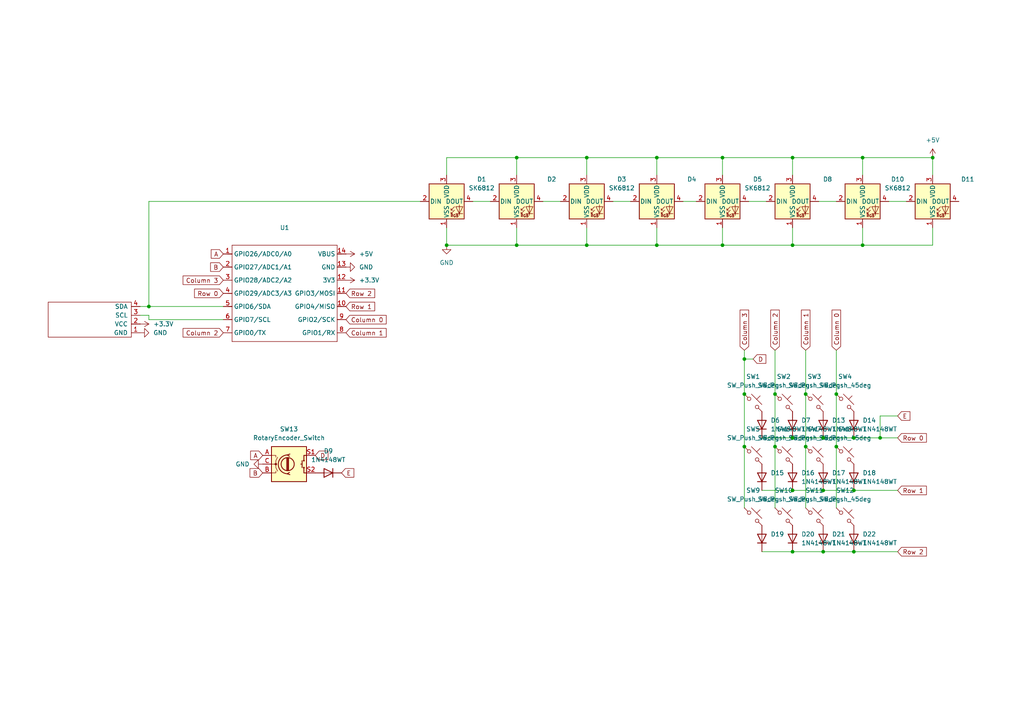
<source format=kicad_sch>
(kicad_sch (version 20250114) (generator "eeschema") (generator_version "9.0")
  (paper "A4")
  (lib_symbols
    (symbol "Device:RotaryEncoder_Switch" (pin_names (offset 0.254) (hide yes))
      (property "Reference" "SW" (at 0 6.604 0))
      (property "Value" "RotaryEncoder_Switch" (at 0 -6.604 0))
      (symbol "RotaryEncoder_Switch_0_1"
        (rectangle (start -5.08 5.08) (end 5.08 -5.08) (stroke (width 0.254)) (fill (type background)))
        (polyline (pts (xy -5.08 2.54) (xy -3.81 2.54) (xy -3.81 2.032)))
        (polyline (pts (xy -5.08 0) (xy -3.81 0) (xy -3.81 -1.016) (xy -3.302 -2.032)))
        (polyline (pts (xy -5.08 -2.54) (xy -3.81 -2.54) (xy -3.81 -2.032)))
        (polyline (pts (xy -4.318 0) (xy -3.81 0) (xy -3.81 1.016) (xy -3.302 2.032)))
        (circle (center -3.81 0) (radius 0.254) (fill (type outline)))
        (polyline (pts (xy -0.635 -1.778) (xy -0.635 1.778)) (stroke (width 0.254)))
        (circle (center -0.381 0) (radius 1.905) (stroke (width 0.254)))
        (polyline (pts (xy -0.381 -1.778) (xy -0.381 1.778)) (stroke (width 0.254)))
        (arc (start -0.381 -2.794) (mid -3.0988 -0.0635) (end -0.381 2.667) (stroke (width 0.254)))
        (polyline (pts (xy -0.127 1.778) (xy -0.127 -1.778)) (stroke (width 0.254)))
        (polyline (pts (xy 0.254 2.921) (xy -0.508 2.667) (xy 0.127 2.286)) (stroke (width 0.254)))
        (polyline (pts (xy 0.254 -3.048) (xy -0.508 -2.794) (xy 0.127 -2.413)) (stroke (width 0.254)))
        (polyline (pts (xy 3.81 1.016) (xy 3.81 -1.016)) (stroke (width 0.254)))
        (polyline (pts (xy 3.81 0) (xy 3.429 0)) (stroke (width 0.254)))
        (circle (center 4.318 1.016) (radius 0.127) (stroke (width 0.254)))
        (circle (center 4.318 -1.016) (radius 0.127) (stroke (width 0.254)))
        (polyline (pts (xy 5.08 2.54) (xy 4.318 2.54) (xy 4.318 1.016)) (stroke (width 0.254)))
        (polyline (pts (xy 5.08 -2.54) (xy 4.318 -2.54) (xy 4.318 -1.016)) (stroke (width 0.254)))
      )
      (symbol "RotaryEncoder_Switch_1_1"
        (pin passive line (at -7.62 2.54 0) (length 2.54) (name "A") (number "A"))
        (pin passive line (at -7.62 0 0) (length 2.54) (name "C") (number "C"))
        (pin passive line (at -7.62 -2.54 0) (length 2.54) (name "B") (number "B"))
        (pin passive line (at 7.62 2.54 180) (length 2.54) (name "S1") (number "S1"))
        (pin passive line (at 7.62 -2.54 180) (length 2.54) (name "S2") (number "S2"))
      )
    )
    (symbol "Diode:1N4148WT" (pin_numbers (hide yes)) (pin_names (hide yes))
      (property "Reference" "D" (at 0 2.54 0))
      (property "Value" "1N4148WT" (at 0 -2.54 0))
      (symbol "1N4148WT_0_1"
        (polyline (pts (xy -1.27 1.27) (xy -1.27 -1.27)) (stroke (width 0.254)))
        (polyline (pts (xy 1.27 1.27) (xy 1.27 -1.27) (xy -1.27 0) (xy 1.27 1.27)) (stroke (width 0.254)))
        (polyline (pts (xy 1.27 0) (xy -1.27 0)))
      )
      (symbol "1N4148WT_1_1"
        (pin passive line (at -3.81 0 0) (length 2.54) (name "K") (number "1"))
        (pin passive line (at 3.81 0 180) (length 2.54) (name "A") (number "2"))
      )
    )
    (symbol "LED:SK6812" (pin_names (offset 0.254))
      (property "Reference" "D" (at 5.08 5.715 0))
      (property "Value" "SK6812" (at 1.27 -5.715 0))
      (symbol "SK6812_0_0"
        (text "RGB" (at 2.286 -4.191 0) (effects (font (size 0.762 0.762))))
      )
      (symbol "SK6812_0_1"
        (polyline (pts (xy 1.27 -2.54) (xy 1.778 -2.54)))
        (polyline (pts (xy 1.27 -3.556) (xy 1.778 -3.556)))
        (polyline (pts (xy 2.286 -1.524) (xy 1.27 -2.54) (xy 1.27 -2.032)))
        (polyline (pts (xy 2.286 -2.54) (xy 1.27 -3.556) (xy 1.27 -3.048)))
        (polyline (pts (xy 3.683 -1.016) (xy 3.683 -3.556) (xy 3.683 -4.064)))
        (polyline (pts (xy 4.699 -1.524) (xy 2.667 -1.524) (xy 3.683 -3.556) (xy 4.699 -1.524)))
        (polyline (pts (xy 4.699 -3.556) (xy 2.667 -3.556)))
        (rectangle (start 5.08 5.08) (end -5.08 -5.08) (stroke (width 0.254)) (fill (type background)))
      )
      (symbol "SK6812_1_1"
        (pin input line (at -7.62 0 0) (length 2.54) (name "DIN") (number "2"))
        (pin power_in line (at 0 7.62 270) (length 2.54) (name "VDD") (number "3"))
        (pin power_in line (at 0 -7.62 90) (length 2.54) (name "VSS") (number "1"))
        (pin output line (at 7.62 0 180) (length 2.54) (name "DOUT") (number "4"))
      )
    )
    (symbol "OPL Lib:XIAO-RP2040-DIP"
      (property "Reference" "U" (at 0 0 0))
      (property "Value" "XIAO-RP2040-DIP" (at 5.334 -1.778 0))
      (symbol "XIAO-RP2040-DIP_1_0"
        (polyline (pts (xy -1.27 -2.54) (xy 29.21 -2.54)) (stroke (width 0.1524)))
        (polyline (pts (xy -1.27 -5.08) (xy -2.54 -5.08)) (stroke (width 0.1524)))
        (polyline (pts (xy -1.27 -5.08) (xy -1.27 -2.54)) (stroke (width 0.1524)))
        (polyline (pts (xy -1.27 -8.89) (xy -2.54 -8.89)) (stroke (width 0.1524)))
        (polyline (pts (xy -1.27 -8.89) (xy -1.27 -5.08)) (stroke (width 0.1524)))
        (polyline (pts (xy -1.27 -12.7) (xy -2.54 -12.7)) (stroke (width 0.1524)))
        (polyline (pts (xy -1.27 -12.7) (xy -1.27 -8.89)) (stroke (width 0.1524)))
        (polyline (pts (xy -1.27 -16.51) (xy -2.54 -16.51)) (stroke (width 0.1524)))
        (polyline (pts (xy -1.27 -16.51) (xy -1.27 -12.7)) (stroke (width 0.1524)))
        (polyline (pts (xy -1.27 -20.32) (xy -2.54 -20.32)) (stroke (width 0.1524)))
        (polyline (pts (xy -1.27 -24.13) (xy -2.54 -24.13)) (stroke (width 0.1524)))
        (polyline (pts (xy -1.27 -27.94) (xy -2.54 -27.94)) (stroke (width 0.1524)))
        (polyline (pts (xy -1.27 -30.48) (xy -1.27 -16.51)) (stroke (width 0.1524)))
        (polyline (pts (xy 29.21 -2.54) (xy 29.21 -5.08)) (stroke (width 0.1524)))
        (polyline (pts (xy 29.21 -5.08) (xy 29.21 -8.89)) (stroke (width 0.1524)))
        (polyline (pts (xy 29.21 -8.89) (xy 29.21 -12.7)) (stroke (width 0.1524)))
        (polyline (pts (xy 29.21 -12.7) (xy 29.21 -30.48)) (stroke (width 0.1524)))
        (polyline (pts (xy 29.21 -30.48) (xy -1.27 -30.48)) (stroke (width 0.1524)))
        (polyline (pts (xy 30.48 -5.08) (xy 29.21 -5.08)) (stroke (width 0.1524)))
        (polyline (pts (xy 30.48 -8.89) (xy 29.21 -8.89)) (stroke (width 0.1524)))
        (polyline (pts (xy 30.48 -12.7) (xy 29.21 -12.7)) (stroke (width 0.1524)))
        (polyline (pts (xy 30.48 -16.51) (xy 29.21 -16.51)) (stroke (width 0.1524)))
        (polyline (pts (xy 30.48 -20.32) (xy 29.21 -20.32)) (stroke (width 0.1524)))
        (polyline (pts (xy 30.48 -24.13) (xy 29.21 -24.13)) (stroke (width 0.1524)))
        (polyline (pts (xy 30.48 -27.94) (xy 29.21 -27.94)) (stroke (width 0.1524)))
        (pin passive line (at -3.81 -5.08 0) (length 2.54) (name "GPIO26/ADC0/A0") (number "1"))
        (pin passive line (at -3.81 -8.89 0) (length 2.54) (name "GPIO27/ADC1/A1") (number "2"))
        (pin passive line (at -3.81 -12.7 0) (length 2.54) (name "GPIO28/ADC2/A2") (number "3"))
        (pin passive line (at -3.81 -16.51 0) (length 2.54) (name "GPIO29/ADC3/A3") (number "4"))
        (pin passive line (at -3.81 -20.32 0) (length 2.54) (name "GPIO6/SDA") (number "5"))
        (pin passive line (at -3.81 -24.13 0) (length 2.54) (name "GPIO7/SCL") (number "6"))
        (pin passive line (at -3.81 -27.94 0) (length 2.54) (name "GPIO0/TX") (number "7"))
        (pin passive line (at 31.75 -5.08 180) (length 2.54) (name "VBUS") (number "14"))
        (pin passive line (at 31.75 -8.89 180) (length 2.54) (name "GND") (number "13"))
        (pin passive line (at 31.75 -12.7 180) (length 2.54) (name "3V3") (number "12"))
        (pin passive line (at 31.75 -16.51 180) (length 2.54) (name "GPIO3/MOSI") (number "11"))
        (pin passive line (at 31.75 -20.32 180) (length 2.54) (name "GPIO4/MISO") (number "10"))
        (pin passive line (at 31.75 -24.13 180) (length 2.54) (name "GPIO2/SCK") (number "9"))
        (pin passive line (at 31.75 -27.94 180) (length 2.54) (name "GPIO1/RX") (number "8"))
      )
    )
    (symbol "SSD1306_1" (pin_names (offset 1.016))
      (symbol "SSD1306_1_0_1"
        (rectangle (start 39.37 12.7) (end 63.5 2.54))
      )
      (symbol "SSD1306_1_1_1"
        (pin input line (at 66.04 11.43 180) (length 2.54) (name "SDA") (number "4"))
        (pin input line (at 66.04 8.89 180) (length 2.54) (name "SCL") (number "3"))
        (pin power_in line (at 66.04 6.35 180) (length 2.54) (name "VCC") (number "2"))
        (pin power_in line (at 66.04 3.81 180) (length 2.54) (name "GND") (number "1"))
      )
    )
    (symbol "Switch:SW_Push_45deg" (pin_numbers (hide yes)) (pin_names (offset 1.016) (hide yes))
      (property "Reference" "SW" (at 3.048 1.016 0))
      (property "Value" "SW_Push_45deg" (at 0 -3.81 0))
      (symbol "SW_Push_45deg_0_1"
        (polyline (pts (xy -2.54 2.54) (xy -1.524 1.524) (xy -1.524 1.524)))
        (circle (center -1.1684 1.1684) (radius 0.508))
        (polyline (pts (xy -0.508 2.54) (xy 2.54 -0.508)))
        (polyline (pts (xy 1.016 1.016) (xy 2.032 2.032)))
        (circle (center 1.143 -1.1938) (radius 0.508))
        (polyline (pts (xy 1.524 -1.524) (xy 2.54 -2.54) (xy 2.54 -2.54) (xy 2.54 -2.54)))
        (pin passive line (at -2.54 2.54 0) (length 0) (name "1") (number "1"))
        (pin passive line (at 2.54 -2.54 180) (length 0) (name "2") (number "2"))
      )
    )
    (symbol "power:+3.3V" (power) (pin_numbers (hide yes)) (pin_names (offset 0) (hide yes))
      (property "Value" "+3.3V" (at 0 3.556 0))
      (symbol "+3.3V_0_1"
        (polyline (pts (xy -0.762 1.27) (xy 0 2.54)))
        (polyline (pts (xy 0 2.54) (xy 0.762 1.27)))
        (polyline (pts (xy 0 0) (xy 0 2.54)))
      )
      (symbol "+3.3V_1_1"
        (pin power_in line (at 0 0 90) (length 0) (name "~") (number "1"))
      )
    )
    (symbol "power:+5V" (power) (pin_numbers (hide yes)) (pin_names (offset 0) (hide yes))
      (property "Value" "+5V" (at 0 3.556 0))
      (symbol "+5V_0_1"
        (polyline (pts (xy -0.762 1.27) (xy 0 2.54)))
        (polyline (pts (xy 0 2.54) (xy 0.762 1.27)))
        (polyline (pts (xy 0 0) (xy 0 2.54)))
      )
      (symbol "+5V_1_1"
        (pin power_in line (at 0 0 90) (length 0) (name "~") (number "1"))
      )
    )
    (symbol "power:GND" (power) (pin_numbers (hide yes)) (pin_names (offset 0) (hide yes))
      (property "Value" "GND" (at 0 -3.81 0))
      (symbol "GND_0_1"
        (polyline (pts (xy 0 0) (xy 0 -1.27) (xy 1.27 -1.27) (xy 0 -2.54) (xy -1.27 -1.27) (xy 0 -1.27)))
      )
      (symbol "GND_1_1"
        (pin power_in line (at 0 0 270) (length 0) (name "~") (number "1"))
      )
    )
  )
  (junction (at 233.68 129.54))
  (junction (at 247.65 160.02))
  (junction (at 229.87 127))
  (junction (at 247.65 127))
  (junction (at 238.76 160.02))
  (junction (at 224.79 114.3))
  (junction (at 229.87 45.72))
  (junction (at 233.68 114.3))
  (junction (at 242.57 114.3))
  (junction (at 149.86 45.72))
  (junction (at 229.87 142.24))
  (junction (at 238.76 127))
  (junction (at 255.27 127))
  (junction (at 190.5 71.12))
  (junction (at 242.57 129.54))
  (junction (at 129.54 71.12))
  (junction (at 170.18 71.12))
  (junction (at 209.55 45.72))
  (junction (at 215.9 129.54))
  (junction (at 250.19 45.72))
  (junction (at 215.9 104.14))
  (junction (at 247.65 142.24))
  (junction (at 43.18 88.9))
  (junction (at 229.87 160.02))
  (junction (at 209.55 71.12))
  (junction (at 229.87 71.12))
  (junction (at 190.5 45.72))
  (junction (at 270.51 45.72))
  (junction (at 170.18 45.72))
  (junction (at 149.86 71.12))
  (junction (at 238.76 142.24))
  (junction (at 215.9 114.3))
  (junction (at 224.79 129.54))
  (junction (at 250.19 71.12))
  (wire (pts (xy 220.98 160.02) (xy 229.87 160.02)))
  (wire (pts (xy 190.5 71.12) (xy 209.55 71.12)))
  (wire (pts (xy 209.55 50.8) (xy 209.55 45.72)))
  (wire (pts (xy 215.9 114.3) (xy 215.9 129.54)))
  (wire (pts (xy 238.76 127) (xy 247.65 127)))
  (wire (pts (xy 43.18 88.9) (xy 64.77 88.9)))
  (wire (pts (xy 209.55 45.72) (xy 229.87 45.72)))
  (wire (pts (xy 238.76 142.24) (xy 247.65 142.24)))
  (wire (pts (xy 270.51 45.72) (xy 250.19 45.72)))
  (wire (pts (xy 209.55 71.12) (xy 209.55 66.04)))
  (wire (pts (xy 250.19 45.72) (xy 229.87 45.72)))
  (wire (pts (xy 250.19 45.72) (xy 250.19 50.8)))
  (wire (pts (xy 177.8 58.42) (xy 182.88 58.42)))
  (wire (pts (xy 217.17 58.42) (xy 222.25 58.42)))
  (wire (pts (xy 255.27 120.65) (xy 255.27 127)))
  (wire (pts (xy 40.64 91.44) (xy 43.18 91.44)))
  (wire (pts (xy 255.27 127) (xy 260.35 127)))
  (wire (pts (xy 247.65 142.24) (xy 260.35 142.24)))
  (wire (pts (xy 229.87 142.24) (xy 238.76 142.24)))
  (wire (pts (xy 242.57 129.54) (xy 242.57 147.32)))
  (wire (pts (xy 224.79 101.6) (xy 224.79 114.3)))
  (wire (pts (xy 137.16 58.42) (xy 142.24 58.42)))
  (wire (pts (xy 121.92 58.42) (xy 43.18 58.42)))
  (wire (pts (xy 233.68 114.3) (xy 233.68 129.54)))
  (wire (pts (xy 170.18 45.72) (xy 170.18 50.8)))
  (wire (pts (xy 242.57 114.3) (xy 242.57 129.54)))
  (wire (pts (xy 270.51 66.04) (xy 270.51 71.12)))
  (wire (pts (xy 190.5 66.04) (xy 190.5 71.12)))
  (wire (pts (xy 220.98 142.24) (xy 229.87 142.24)))
  (wire (pts (xy 233.68 129.54) (xy 233.68 147.32)))
  (wire (pts (xy 215.9 101.6) (xy 215.9 104.14)))
  (wire (pts (xy 229.87 45.72) (xy 229.87 50.8)))
  (wire (pts (xy 198.12 58.42) (xy 201.93 58.42)))
  (wire (pts (xy 157.48 58.42) (xy 162.56 58.42)))
  (wire (pts (xy 229.87 127) (xy 238.76 127)))
  (wire (pts (xy 224.79 129.54) (xy 224.79 147.32)))
  (wire (pts (xy 190.5 45.72) (xy 209.55 45.72)))
  (wire (pts (xy 149.86 71.12) (xy 149.86 66.04)))
  (wire (pts (xy 224.79 114.3) (xy 224.79 129.54)))
  (wire (pts (xy 250.19 66.04) (xy 250.19 71.12)))
  (wire (pts (xy 229.87 71.12) (xy 250.19 71.12)))
  (wire (pts (xy 149.86 45.72) (xy 149.86 50.8)))
  (wire (pts (xy 40.64 88.9) (xy 43.18 88.9)))
  (wire (pts (xy 43.18 91.44) (xy 43.18 92.71)))
  (wire (pts (xy 149.86 71.12) (xy 129.54 71.12)))
  (wire (pts (xy 229.87 71.12) (xy 229.87 66.04)))
  (wire (pts (xy 247.65 127) (xy 255.27 127)))
  (wire (pts (xy 233.68 101.6) (xy 233.68 114.3)))
  (wire (pts (xy 129.54 50.8) (xy 129.54 45.72)))
  (wire (pts (xy 229.87 160.02) (xy 238.76 160.02)))
  (wire (pts (xy 250.19 71.12) (xy 270.51 71.12)))
  (wire (pts (xy 170.18 71.12) (xy 190.5 71.12)))
  (wire (pts (xy 215.9 104.14) (xy 215.9 114.3)))
  (wire (pts (xy 257.81 58.42) (xy 262.89 58.42)))
  (wire (pts (xy 129.54 45.72) (xy 149.86 45.72)))
  (wire (pts (xy 238.76 160.02) (xy 247.65 160.02)))
  (wire (pts (xy 170.18 66.04) (xy 170.18 71.12)))
  (wire (pts (xy 242.57 101.6) (xy 242.57 114.3)))
  (wire (pts (xy 220.98 127) (xy 229.87 127)))
  (wire (pts (xy 237.49 58.42) (xy 242.57 58.42)))
  (wire (pts (xy 170.18 45.72) (xy 149.86 45.72)))
  (wire (pts (xy 43.18 58.42) (xy 43.18 88.9)))
  (wire (pts (xy 247.65 160.02) (xy 260.35 160.02)))
  (wire (pts (xy 215.9 129.54) (xy 215.9 147.32)))
  (wire (pts (xy 43.18 92.71) (xy 64.77 92.71)))
  (wire (pts (xy 149.86 71.12) (xy 170.18 71.12)))
  (wire (pts (xy 229.87 71.12) (xy 209.55 71.12)))
  (wire (pts (xy 270.51 50.8) (xy 270.51 45.72)))
  (wire (pts (xy 215.9 104.14) (xy 218.44 104.14)))
  (wire (pts (xy 260.35 120.65) (xy 255.27 120.65)))
  (wire (pts (xy 190.5 45.72) (xy 170.18 45.72)))
  (wire (pts (xy 129.54 71.12) (xy 129.54 66.04)))
  (wire (pts (xy 190.5 50.8) (xy 190.5 45.72)))
  (global_label "B" (shape input) (at 64.77 77.47 180) (property "Intersheetrefs" "${INTERSHEET_REFS}" (effects (hide yes))))
  (global_label "D" (shape input) (at 91.44 132.08 0) (property "Intersheetrefs" "${INTERSHEET_REFS}" (effects (hide yes))))
  (global_label "A" (shape input) (at 76.2 132.08 180) (property "Intersheetrefs" "${INTERSHEET_REFS}" (effects (hide yes))))
  (global_label "Row 1" (shape input) (at 260.35 142.24 0) (property "Intersheetrefs" "${INTERSHEET_REFS}" (effects (hide yes))))
  (global_label "Column 1" (shape input) (at 100.33 96.52 0) (property "Intersheetrefs" "${INTERSHEET_REFS}" (effects (hide yes))))
  (global_label "A" (shape input) (at 64.77 73.66 180) (property "Intersheetrefs" "${INTERSHEET_REFS}" (effects (hide yes))))
  (global_label "Row 2" (shape input) (at 100.33 85.09 0) (property "Intersheetrefs" "${INTERSHEET_REFS}" (effects (hide yes))))
  (global_label "Row 0" (shape input) (at 64.77 85.09 180) (property "Intersheetrefs" "${INTERSHEET_REFS}" (effects (hide yes))))
  (global_label "E" (shape input) (at 260.35 120.65 0) (property "Intersheetrefs" "${INTERSHEET_REFS}" (effects (hide yes))))
  (global_label "Column 2" (shape input) (at 224.79 101.6 90) (property "Intersheetrefs" "${INTERSHEET_REFS}" (effects (hide yes))))
  (global_label "D" (shape input) (at 218.44 104.14 0) (property "Intersheetrefs" "${INTERSHEET_REFS}" (effects (hide yes))))
  (global_label "Column 0" (shape input) (at 242.57 101.6 90) (property "Intersheetrefs" "${INTERSHEET_REFS}" (effects (hide yes))))
  (global_label "B" (shape input) (at 76.2 137.16 180) (property "Intersheetrefs" "${INTERSHEET_REFS}" (effects (hide yes))))
  (global_label "Column 3" (shape input) (at 64.77 81.28 180) (property "Intersheetrefs" "${INTERSHEET_REFS}" (effects (hide yes))))
  (global_label "Column 1" (shape input) (at 233.68 101.6 90) (property "Intersheetrefs" "${INTERSHEET_REFS}" (effects (hide yes))))
  (global_label "Column 2" (shape input) (at 64.77 96.52 180) (property "Intersheetrefs" "${INTERSHEET_REFS}" (effects (hide yes))))
  (global_label "Row 0" (shape input) (at 260.35 127 0) (property "Intersheetrefs" "${INTERSHEET_REFS}" (effects (hide yes))))
  (global_label "Row 2" (shape input) (at 260.35 160.02 0) (property "Intersheetrefs" "${INTERSHEET_REFS}" (effects (hide yes))))
  (global_label "Column 3" (shape input) (at 215.9 101.6 90) (property "Intersheetrefs" "${INTERSHEET_REFS}" (effects (hide yes))))
  (global_label "Column 0" (shape input) (at 100.33 92.71 0) (property "Intersheetrefs" "${INTERSHEET_REFS}" (effects (hide yes))))
  (global_label "E" (shape input) (at 99.06 137.16 0) (property "Intersheetrefs" "${INTERSHEET_REFS}" (effects (hide yes))))
  (global_label "Row 1" (shape input) (at 100.33 88.9 0) (property "Intersheetrefs" "${INTERSHEET_REFS}" (effects (hide yes))))
  (symbol (lib_name "SSD1306_1") (lib_id "Oled Symbol:SSD1306") (at -25.4 100.33 0) (unit 1)
    (property "Reference" "U2" (effects (hide yes)))
    (property "Value" "SSD1306" (effects (hide yes)))
    (property "Footprint" "OLED:SSD1306-0.91-OLED-4pin-128x32" (effects (hide yes)))
  )
  (symbol (lib_id "LED:SK6812") (at 129.54 58.42 0) (unit 1)
    (property "Reference" "D1" (at 139.7 51.9998 0))
    (property "Value" "SK6812" (at 139.7 54.5398 0))
    (property "Footprint" "LED_SMD:LEDSK6812 MODEL" (effects (hide yes)))
    (property "Datasheet" "https://cdn-shop.adafruit.com/product-files/1138/SK6812+LED+datasheet+.pdf" (effects (hide yes)))
    (property "Description" "RGB LED with integrated controller" (effects (hide yes)))
  )
  (symbol (lib_id "LED:SK6812") (at 250.19 58.42 0) (unit 1)
    (property "Reference" "D10" (at 260.35 51.9998 0))
    (property "Value" "SK6812" (at 260.35 54.5398 0))
    (property "Footprint" "LED_SMD:LEDSK6812 MODEL" (effects (hide yes)))
    (property "Datasheet" "https://cdn-shop.adafruit.com/product-files/1138/SK6812+LED+datasheet+.pdf" (effects (hide yes)))
    (property "Description" "RGB LED with integrated controller" (effects (hide yes)))
  )
  (symbol (lib_id "power:GND") (at 76.2 134.62 270) (unit 1)
    (property "Reference" "#PWR04" (effects (hide yes)))
    (property "Value" "GND" (at 72.39 134.6199 90) (effects (justify right)))
    (property "Description" "Power symbol creates a global label with name \"GND\" , ground" (effects (hide yes)))
  )
  (symbol (lib_id "Switch:SW_Push_45deg") (at 227.33 116.84 0) (unit 1)
    (property "Reference" "SW2" (at 227.33 109.22 0))
    (property "Value" "SW_Push_45deg" (at 227.33 111.76 0))
    (property "Footprint" "Button_Switch_Keyboard:MX CHERRY SWITCH" (effects (hide yes)))
    (property "Description" "Push button switch, normally open, two pins, 45° tilted" (effects (hide yes)))
  )
  (symbol (lib_id "LED:SK6812") (at 149.86 58.42 0) (unit 1)
    (property "Reference" "D2" (at 160.02 51.9998 0))
    (property "Value" "SK6812" (effects (hide yes)))
    (property "Footprint" "LED_SMD:LEDSK6812 MODEL" (effects (hide yes)))
    (property "Datasheet" "https://cdn-shop.adafruit.com/product-files/1138/SK6812+LED+datasheet+.pdf" (effects (hide yes)))
    (property "Description" "RGB LED with integrated controller" (effects (hide yes)))
  )
  (symbol (lib_id "Diode:1N4148WT") (at 247.65 138.43 90) (unit 1)
    (property "Reference" "D18" (at 250.19 137.1599 90) (effects (justify right)))
    (property "Value" "1N4148WT" (at 250.19 139.6999 90) (effects (justify right)))
    (property "Footprint" "Diode_SMD:D_SOD-123" (effects (hide yes)))
    (property "Datasheet" "https://www.diodes.com/assets/Datasheets/ds30396.pdf" (effects (hide yes)))
    (property "Description" "75V 0.15A Fast switching Diode, SOD-523" (effects (hide yes)))
    (property "Sim.Device" "D" (effects (hide yes)))
    (property "Sim.Pins" "1=K 2=A" (effects (hide yes)))
  )
  (symbol (lib_id "power:+5V") (at 270.51 45.72 0) (unit 1)
    (property "Reference" "#PWR05" (effects (hide yes)))
    (property "Value" "+5V" (at 270.51 40.64 0))
    (property "Description" "Power symbol creates a global label with name \"+5V\"" (effects (hide yes)))
  )
  (symbol (lib_id "power:GND") (at 100.33 77.47 90) (unit 1)
    (property "Reference" "#PWR01" (effects (hide yes)))
    (property "Value" "GND" (at 104.14 77.4699 90) (effects (justify right)))
    (property "Description" "Power symbol creates a global label with name \"GND\" , ground" (effects (hide yes)))
  )
  (symbol (lib_id "Diode:1N4148WT") (at 247.65 123.19 90) (unit 1)
    (property "Reference" "D14" (at 250.19 121.9199 90) (effects (justify right)))
    (property "Value" "1N4148WT" (at 250.19 124.4599 90) (effects (justify right)))
    (property "Footprint" "Diode_SMD:D_SOD-123" (effects (hide yes)))
    (property "Datasheet" "https://www.diodes.com/assets/Datasheets/ds30396.pdf" (effects (hide yes)))
    (property "Description" "75V 0.15A Fast switching Diode, SOD-523" (effects (hide yes)))
    (property "Sim.Device" "D" (effects (hide yes)))
    (property "Sim.Pins" "1=K 2=A" (effects (hide yes)))
  )
  (symbol (lib_id "LED:SK6812") (at 190.5 58.42 0) (unit 1)
    (property "Reference" "D4" (at 200.66 51.9998 0))
    (property "Value" "SK6812" (effects (hide yes)))
    (property "Footprint" "LED_SMD:LEDSK6812 MODEL" (effects (hide yes)))
    (property "Datasheet" "https://cdn-shop.adafruit.com/product-files/1138/SK6812+LED+datasheet+.pdf" (effects (hide yes)))
    (property "Description" "RGB LED with integrated controller" (effects (hide yes)))
  )
  (symbol (lib_id "Switch:SW_Push_45deg") (at 218.44 149.86 0) (unit 1)
    (property "Reference" "SW9" (at 218.44 142.24 0))
    (property "Value" "SW_Push_45deg" (at 218.44 144.78 0))
    (property "Footprint" "Button_Switch_Keyboard:MX CHERRY SWITCH" (effects (hide yes)))
    (property "Description" "Push button switch, normally open, two pins, 45° tilted" (effects (hide yes)))
  )
  (symbol (lib_id "Switch:SW_Push_45deg") (at 245.11 116.84 0) (unit 1)
    (property "Reference" "SW4" (at 245.11 109.22 0))
    (property "Value" "SW_Push_45deg" (at 245.11 111.76 0))
    (property "Footprint" "Button_Switch_Keyboard:MX CHERRY SWITCH" (effects (hide yes)))
    (property "Description" "Push button switch, normally open, two pins, 45° tilted" (effects (hide yes)))
  )
  (symbol (lib_id "Switch:SW_Push_45deg") (at 236.22 149.86 0) (unit 1)
    (property "Reference" "SW11" (at 236.22 142.24 0))
    (property "Value" "SW_Push_45deg" (at 236.22 144.78 0))
    (property "Footprint" "Button_Switch_Keyboard:MX CHERRY SWITCH" (effects (hide yes)))
    (property "Description" "Push button switch, normally open, two pins, 45° tilted" (effects (hide yes)))
  )
  (symbol (lib_id "Switch:SW_Push_45deg") (at 218.44 132.08 0) (unit 1)
    (property "Reference" "SW5" (at 218.44 124.46 0))
    (property "Value" "SW_Push_45deg" (at 218.44 127 0))
    (property "Footprint" "Button_Switch_Keyboard:MX CHERRY SWITCH" (effects (hide yes)))
    (property "Description" "Push button switch, normally open, two pins, 45° tilted" (effects (hide yes)))
  )
  (symbol (lib_id "Switch:SW_Push_45deg") (at 227.33 132.08 0) (unit 1)
    (property "Reference" "SW6" (at 227.33 124.46 0))
    (property "Value" "SW_Push_45deg" (at 227.33 127 0))
    (property "Footprint" "Button_Switch_Keyboard:MX CHERRY SWITCH" (effects (hide yes)))
    (property "Description" "Push button switch, normally open, two pins, 45° tilted" (effects (hide yes)))
  )
  (symbol (lib_id "Switch:SW_Push_45deg") (at 218.44 116.84 0) (unit 1)
    (property "Reference" "SW1" (at 218.44 109.22 0))
    (property "Value" "SW_Push_45deg" (at 218.44 111.76 0))
    (property "Footprint" "Button_Switch_Keyboard:MX CHERRY SWITCH" (effects (hide yes)))
    (property "Description" "Push button switch, normally open, two pins, 45° tilted" (effects (hide yes)))
  )
  (symbol (lib_id "Diode:1N4148WT") (at 238.76 123.19 90) (unit 1)
    (property "Reference" "D13" (at 241.3 121.9199 90) (effects (justify right)))
    (property "Value" "1N4148WT" (at 241.3 124.4599 90) (effects (justify right)))
    (property "Footprint" "Diode_SMD:D_SOD-123" (effects (hide yes)))
    (property "Datasheet" "https://www.diodes.com/assets/Datasheets/ds30396.pdf" (effects (hide yes)))
    (property "Description" "75V 0.15A Fast switching Diode, SOD-523" (effects (hide yes)))
    (property "Sim.Device" "D" (effects (hide yes)))
    (property "Sim.Pins" "1=K 2=A" (effects (hide yes)))
  )
  (symbol (lib_id "Diode:1N4148WT") (at 220.98 156.21 90) (unit 1)
    (property "Reference" "D19" (at 223.52 154.9399 90) (effects (justify right)))
    (property "Value" "1N4148WT" (effects (hide yes)))
    (property "Footprint" "Diode_SMD:D_SOD-123" (effects (hide yes)))
    (property "Datasheet" "https://www.diodes.com/assets/Datasheets/ds30396.pdf" (effects (hide yes)))
    (property "Description" "75V 0.15A Fast switching Diode, SOD-523" (effects (hide yes)))
    (property "Sim.Device" "D" (effects (hide yes)))
    (property "Sim.Pins" "1=K 2=A" (effects (hide yes)))
  )
  (symbol (lib_id "Switch:SW_Push_45deg") (at 236.22 132.08 0) (unit 1)
    (property "Reference" "SW7" (at 236.22 124.46 0))
    (property "Value" "SW_Push_45deg" (at 236.22 127 0))
    (property "Footprint" "Button_Switch_Keyboard:MX CHERRY SWITCH" (effects (hide yes)))
    (property "Description" "Push button switch, normally open, two pins, 45° tilted" (effects (hide yes)))
  )
  (symbol (lib_id "LED:SK6812") (at 229.87 58.42 0) (unit 1)
    (property "Reference" "D8" (at 240.03 51.9998 0))
    (property "Value" "SK6812" (effects (hide yes)))
    (property "Footprint" "LED_SMD:LEDSK6812 MODEL" (effects (hide yes)))
    (property "Datasheet" "https://cdn-shop.adafruit.com/product-files/1138/SK6812+LED+datasheet+.pdf" (effects (hide yes)))
    (property "Description" "RGB LED with integrated controller" (effects (hide yes)))
  )
  (symbol (lib_id "Diode:1N4148WT") (at 229.87 123.19 90) (unit 1)
    (property "Reference" "D7" (at 232.41 121.9199 90) (effects (justify right)))
    (property "Value" "1N4148WT" (at 232.41 124.4599 90) (effects (justify right)))
    (property "Footprint" "Diode_SMD:D_SOD-123" (effects (hide yes)))
    (property "Datasheet" "https://www.diodes.com/assets/Datasheets/ds30396.pdf" (effects (hide yes)))
    (property "Description" "75V 0.15A Fast switching Diode, SOD-523" (effects (hide yes)))
    (property "Sim.Device" "D" (effects (hide yes)))
    (property "Sim.Pins" "1=K 2=A" (effects (hide yes)))
  )
  (symbol (lib_id "power:GND") (at 129.54 71.12 0) (unit 1)
    (property "Reference" "#PWR03" (effects (hide yes)))
    (property "Value" "GND" (at 129.54 76.2 0))
    (property "Description" "Power symbol creates a global label with name \"GND\" , ground" (effects (hide yes)))
  )
  (symbol (lib_id "LED:SK6812") (at 209.55 58.42 0) (unit 1)
    (property "Reference" "D5" (at 219.71 51.9998 0))
    (property "Value" "SK6812" (at 219.71 54.5398 0))
    (property "Footprint" "LED_SMD:LEDSK6812 MODEL" (effects (hide yes)))
    (property "Datasheet" "https://cdn-shop.adafruit.com/product-files/1138/SK6812+LED+datasheet+.pdf" (effects (hide yes)))
    (property "Description" "RGB LED with integrated controller" (effects (hide yes)))
  )
  (symbol (lib_id "power:+5V") (at 100.33 73.66 270) (unit 1)
    (property "Reference" "#PWR02" (effects (hide yes)))
    (property "Value" "+5V" (at 104.14 73.6599 90) (effects (justify left)))
    (property "Description" "Power symbol creates a global label with name \"+5V\"" (effects (hide yes)))
  )
  (symbol (lib_id "Diode:1N4148WT") (at 220.98 138.43 90) (unit 1)
    (property "Reference" "D15" (at 223.52 137.1599 90) (effects (justify right)))
    (property "Value" "1N4148WT" (effects (hide yes)))
    (property "Footprint" "Diode_SMD:D_SOD-123" (effects (hide yes)))
    (property "Datasheet" "https://www.diodes.com/assets/Datasheets/ds30396.pdf" (effects (hide yes)))
    (property "Description" "75V 0.15A Fast switching Diode, SOD-523" (effects (hide yes)))
    (property "Sim.Device" "D" (effects (hide yes)))
    (property "Sim.Pins" "1=K 2=A" (effects (hide yes)))
  )
  (symbol (lib_id "Diode:1N4148WT") (at 95.25 137.16 180) (unit 1)
    (property "Reference" "D9" (at 95.25 130.81 0))
    (property "Value" "1N4148WT" (at 95.25 133.35 0))
    (property "Footprint" "Diode_SMD:D_SOD-123" (effects (hide yes)))
    (property "Datasheet" "https://www.diodes.com/assets/Datasheets/ds30396.pdf" (effects (hide yes)))
    (property "Description" "75V 0.15A Fast switching Diode, SOD-523" (effects (hide yes)))
    (property "Sim.Device" "D" (effects (hide yes)))
    (property "Sim.Pins" "1=K 2=A" (effects (hide yes)))
  )
  (symbol (lib_id "power:GND") (at 40.64 96.52 90) (unit 1)
    (property "Reference" "#PWR07" (effects (hide yes)))
    (property "Value" "GND" (at 44.45 96.5199 90) (effects (justify right)))
    (property "Description" "Power symbol creates a global label with name \"GND\" , ground" (effects (hide yes)))
  )
  (symbol (lib_id "LED:SK6812") (at 270.51 58.42 0) (unit 1)
    (property "Reference" "D11" (at 280.67 51.9998 0))
    (property "Value" "SK6812" (effects (hide yes)))
    (property "Footprint" "LED_SMD:LEDSK6812 MODEL" (effects (hide yes)))
    (property "Datasheet" "https://cdn-shop.adafruit.com/product-files/1138/SK6812+LED+datasheet+.pdf" (effects (hide yes)))
    (property "Description" "RGB LED with integrated controller" (effects (hide yes)))
  )
  (symbol (lib_id "Switch:SW_Push_45deg") (at 236.22 116.84 0) (unit 1)
    (property "Reference" "SW3" (at 236.22 109.22 0))
    (property "Value" "SW_Push_45deg" (at 236.22 111.76 0))
    (property "Footprint" "Button_Switch_Keyboard:MX CHERRY SWITCH" (effects (hide yes)))
    (property "Description" "Push button switch, normally open, two pins, 45° tilted" (effects (hide yes)))
  )
  (symbol (lib_id "Diode:1N4148WT") (at 247.65 156.21 90) (unit 1)
    (property "Reference" "D22" (at 250.19 154.9399 90) (effects (justify right)))
    (property "Value" "1N4148WT" (at 250.19 157.4799 90) (effects (justify right)))
    (property "Footprint" "Diode_SMD:D_SOD-123" (effects (hide yes)))
    (property "Datasheet" "https://www.diodes.com/assets/Datasheets/ds30396.pdf" (effects (hide yes)))
    (property "Description" "75V 0.15A Fast switching Diode, SOD-523" (effects (hide yes)))
    (property "Sim.Device" "D" (effects (hide yes)))
    (property "Sim.Pins" "1=K 2=A" (effects (hide yes)))
  )
  (symbol (lib_id "Diode:1N4148WT") (at 229.87 156.21 90) (unit 1)
    (property "Reference" "D20" (at 232.41 154.9399 90) (effects (justify right)))
    (property "Value" "1N4148WT" (at 232.41 157.4799 90) (effects (justify right)))
    (property "Footprint" "Diode_SMD:D_SOD-123" (effects (hide yes)))
    (property "Datasheet" "https://www.diodes.com/assets/Datasheets/ds30396.pdf" (effects (hide yes)))
    (property "Description" "75V 0.15A Fast switching Diode, SOD-523" (effects (hide yes)))
    (property "Sim.Device" "D" (effects (hide yes)))
    (property "Sim.Pins" "1=K 2=A" (effects (hide yes)))
  )
  (symbol (lib_id "power:+3.3V") (at 100.33 81.28 270) (unit 1)
    (property "Reference" "#PWR09" (effects (hide yes)))
    (property "Value" "+3.3V" (at 104.14 81.2799 90) (effects (justify left)))
    (property "Description" "Power symbol creates a global label with name \"+3.3V\"" (effects (hide yes)))
  )
  (symbol (lib_id "Device:RotaryEncoder_Switch") (at 83.82 134.62 0) (unit 1)
    (property "Reference" "SW13" (at 83.82 124.46 0))
    (property "Value" "RotaryEncoder_Switch" (at 83.82 127 0))
    (property "Footprint" "Rotary encoder:RotaryEncoder_Alps_EC11E-Switch_Vertical_H20mm" (effects (hide yes)))
    (property "Description" "Rotary encoder, dual channel, incremental quadrate outputs, with switch" (effects (hide yes)))
  )
  (symbol (lib_id "Switch:SW_Push_45deg") (at 245.11 132.08 0) (unit 1)
    (property "Reference" "SW8" (at 245.11 124.46 0))
    (property "Value" "SW_Push_45deg" (at 245.11 127 0))
    (property "Footprint" "Button_Switch_Keyboard:MX CHERRY SWITCH" (effects (hide yes)))
    (property "Description" "Push button switch, normally open, two pins, 45° tilted" (effects (hide yes)))
  )
  (symbol (lib_id "LED:SK6812") (at 170.18 58.42 0) (unit 1)
    (property "Reference" "D3" (at 180.34 51.9998 0))
    (property "Value" "SK6812" (at 180.34 54.5398 0))
    (property "Footprint" "LED_SMD:LEDSK6812 MODEL" (effects (hide yes)))
    (property "Datasheet" "https://cdn-shop.adafruit.com/product-files/1138/SK6812+LED+datasheet+.pdf" (effects (hide yes)))
    (property "Description" "RGB LED with integrated controller" (effects (hide yes)))
  )
  (symbol (lib_id "Diode:1N4148WT") (at 229.87 138.43 90) (unit 1)
    (property "Reference" "D16" (at 232.41 137.1599 90) (effects (justify right)))
    (property "Value" "1N4148WT" (at 232.41 139.6999 90) (effects (justify right)))
    (property "Footprint" "Diode_SMD:D_SOD-123" (effects (hide yes)))
    (property "Datasheet" "https://www.diodes.com/assets/Datasheets/ds30396.pdf" (effects (hide yes)))
    (property "Description" "75V 0.15A Fast switching Diode, SOD-523" (effects (hide yes)))
    (property "Sim.Device" "D" (effects (hide yes)))
    (property "Sim.Pins" "1=K 2=A" (effects (hide yes)))
  )
  (symbol (lib_id "Diode:1N4148WT") (at 220.98 123.19 90) (unit 1)
    (property "Reference" "D6" (at 223.52 121.9199 90) (effects (justify right)))
    (property "Value" "1N4148WT" (at 223.52 124.4599 90) (effects (justify right)))
    (property "Footprint" "Diode_SMD:D_SOD-123" (effects (hide yes)))
    (property "Datasheet" "https://www.diodes.com/assets/Datasheets/ds30396.pdf" (effects (hide yes)))
    (property "Description" "75V 0.15A Fast switching Diode, SOD-523" (effects (hide yes)))
    (property "Sim.Device" "D" (effects (hide yes)))
    (property "Sim.Pins" "1=K 2=A" (effects (hide yes)))
  )
  (symbol (lib_id "Diode:1N4148WT") (at 238.76 156.21 90) (unit 1)
    (property "Reference" "D21" (at 241.3 154.9399 90) (effects (justify right)))
    (property "Value" "1N4148WT" (at 241.3 157.4799 90) (effects (justify right)))
    (property "Footprint" "Diode_SMD:D_SOD-123" (effects (hide yes)))
    (property "Datasheet" "https://www.diodes.com/assets/Datasheets/ds30396.pdf" (effects (hide yes)))
    (property "Description" "75V 0.15A Fast switching Diode, SOD-523" (effects (hide yes)))
    (property "Sim.Device" "D" (effects (hide yes)))
    (property "Sim.Pins" "1=K 2=A" (effects (hide yes)))
  )
  (symbol (lib_id "Diode:1N4148WT") (at 238.76 138.43 90) (unit 1)
    (property "Reference" "D17" (at 241.3 137.1599 90) (effects (justify right)))
    (property "Value" "1N4148WT" (at 241.3 139.6999 90) (effects (justify right)))
    (property "Footprint" "Diode_SMD:D_SOD-123" (effects (hide yes)))
    (property "Datasheet" "https://www.diodes.com/assets/Datasheets/ds30396.pdf" (effects (hide yes)))
    (property "Description" "75V 0.15A Fast switching Diode, SOD-523" (effects (hide yes)))
    (property "Sim.Device" "D" (effects (hide yes)))
    (property "Sim.Pins" "1=K 2=A" (effects (hide yes)))
  )
  (symbol (lib_id "power:+3.3V") (at 40.64 93.98 270) (unit 1)
    (property "Reference" "#PWR08" (effects (hide yes)))
    (property "Value" "+3.3V" (at 44.45 93.9799 90) (effects (justify left)))
    (property "Description" "Power symbol creates a global label with name \"+3.3V\"" (effects (hide yes)))
  )
  (symbol (lib_id "Switch:SW_Push_45deg") (at 227.33 149.86 0) (unit 1)
    (property "Reference" "SW10" (at 227.33 142.24 0))
    (property "Value" "SW_Push_45deg" (at 227.33 144.78 0))
    (property "Footprint" "Button_Switch_Keyboard:MX CHERRY SWITCH" (effects (hide yes)))
    (property "Description" "Push button switch, normally open, two pins, 45° tilted" (effects (hide yes)))
  )
  (symbol (lib_id "OPL Lib:XIAO-RP2040-DIP") (at 68.58 68.58 0) (unit 1)
    (property "Reference" "U1" (at 82.55 66.04 0))
    (property "Value" "XIAO-RP2040-DIP" (effects (hide yes)))
    (property "Footprint" "OPL Lib:XIAO-RP2040-DIP" (effects (hide yes)))
  )
  (symbol (lib_id "Switch:SW_Push_45deg") (at 245.11 149.86 0) (unit 1)
    (property "Reference" "SW12" (at 245.11 142.24 0))
    (property "Value" "SW_Push_45deg" (at 245.11 144.78 0))
    (property "Footprint" "Button_Switch_Keyboard:MX CHERRY SWITCH" (effects (hide yes)))
    (property "Description" "Push button switch, normally open, two pins, 45° tilted" (effects (hide yes)))
  )
)
</source>
